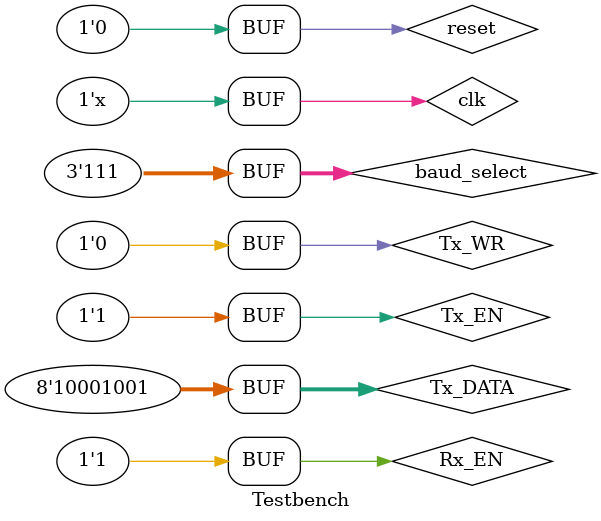
<source format=v>
`timescale 1ns / 1ps


module Testbench;

	// Inputs
	reg clk;
	reg reset;
	reg [2:0] baud_select;
	reg Tx_EN;
	reg Rx_EN;
	reg Tx_WR;
	reg [7:0] Tx_DATA;

	// Outputs
	wire Tx_BUSY;
	wire [7:0] Rx_DATA;
	wire Rx_VALID;
	wire Rx_PERROR;
	wire Rx_FERROR;
	wire an0;
	wire an1;
	wire led_a;
	wire led_b;
	wire led_c;
	wire led_d;
	wire led_e;
	wire led_f;
	wire led_g;
	wire dp;

	// Instantiate the Unit Under Test (UUT)
	uart_system uut (
		.clk(clk), 
		.reset(reset), 
		.baud_select(baud_select), 
		.Tx_EN(Tx_EN), 
		.Rx_EN(Rx_EN), 
		.Tx_WR(Tx_WR), 
		.Tx_DATA(Tx_DATA), 
		.Tx_BUSY(Tx_BUSY), 
		.Rx_DATA(Rx_DATA), 
		.Rx_VALID(Rx_VALID), 
		.Rx_PERROR(Rx_PERROR), 
		.Rx_FERROR(Rx_FERROR), 
		.an0(an0), 
		.an1(an1), 
		.led_a(led_a), 
		.led_b(led_b), 
		.led_c(led_c), 
		.led_d(led_d), 
		.led_e(led_e), 
		.led_f(led_f), 
		.led_g(led_g), 
		.dp(dp)
	);

	initial begin
		// Initialize Inputs
		clk = 0;
		reset = 0;
		baud_select = 0;
		Tx_EN = 0;
		Rx_EN = 0;
		Tx_WR = 0;
		Tx_DATA = 0;

		// Wait 100 ns for global reset to finish
		#100;
        
		// Add stimulus here
		
		#100 reset = 1;
		#300 reset = 0;
		
		#100 baud_select = 3'b111;
		
		#100 Tx_EN = 1;
		Rx_EN = 1;
		#100 Tx_DATA = 8'b10101010;
		
		#100 Tx_WR = 1;
		#200 Tx_WR = 0;
		
		#100000000 Tx_DATA = 8'b10001001;
		
		#100 Tx_WR = 1;
		#700 Tx_WR = 0;
		
	end
    
	always
		#10 clk = !clk;
	
endmodule


</source>
